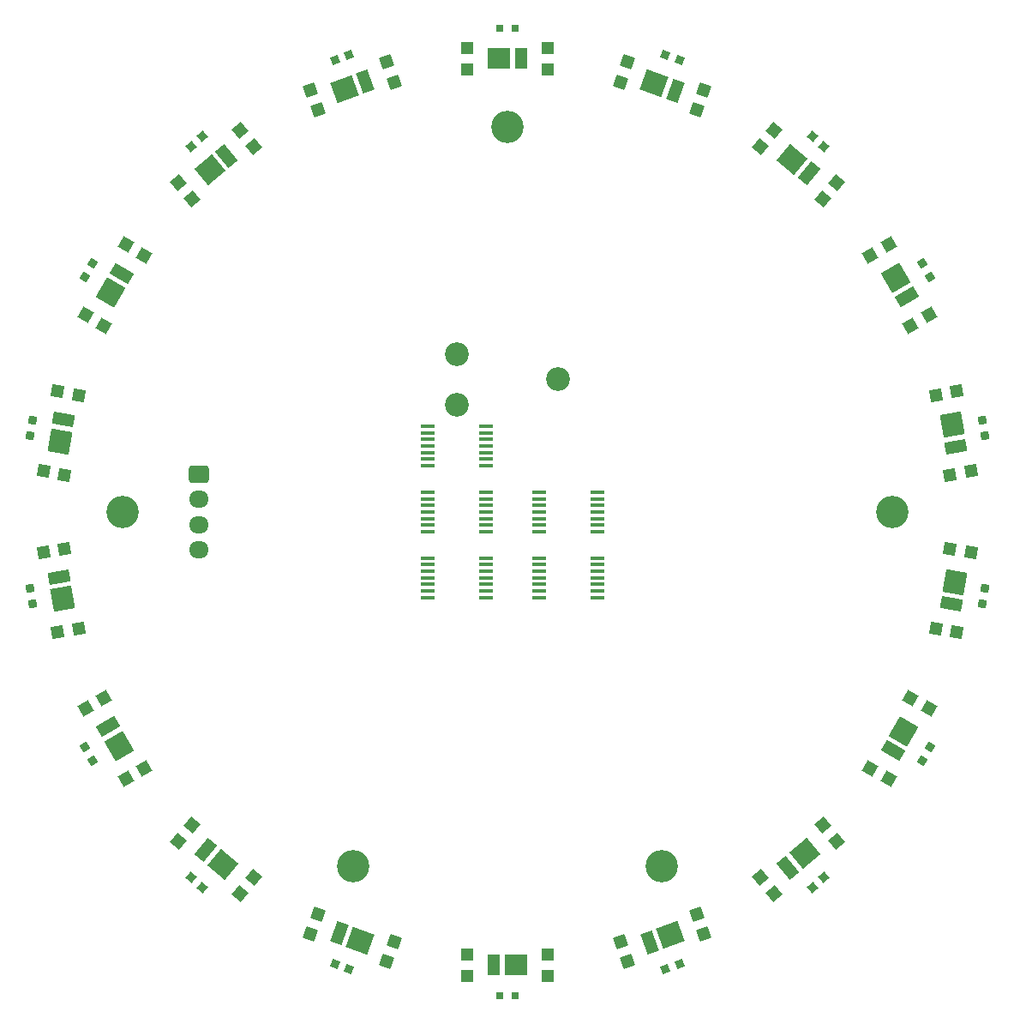
<source format=gbr>
%TF.GenerationSoftware,KiCad,Pcbnew,7.0.8*%
%TF.CreationDate,2023-10-26T13:22:37+11:00*%
%TF.ProjectId,linetest4.0,6c696e65-7465-4737-9434-2e302e6b6963,rev?*%
%TF.SameCoordinates,Original*%
%TF.FileFunction,Soldermask,Bot*%
%TF.FilePolarity,Negative*%
%FSLAX46Y46*%
G04 Gerber Fmt 4.6, Leading zero omitted, Abs format (unit mm)*
G04 Created by KiCad (PCBNEW 7.0.8) date 2023-10-26 13:22:37*
%MOMM*%
%LPD*%
G01*
G04 APERTURE LIST*
G04 Aperture macros list*
%AMRoundRect*
0 Rectangle with rounded corners*
0 $1 Rounding radius*
0 $2 $3 $4 $5 $6 $7 $8 $9 X,Y pos of 4 corners*
0 Add a 4 corners polygon primitive as box body*
4,1,4,$2,$3,$4,$5,$6,$7,$8,$9,$2,$3,0*
0 Add four circle primitives for the rounded corners*
1,1,$1+$1,$2,$3*
1,1,$1+$1,$4,$5*
1,1,$1+$1,$6,$7*
1,1,$1+$1,$8,$9*
0 Add four rect primitives between the rounded corners*
20,1,$1+$1,$2,$3,$4,$5,0*
20,1,$1+$1,$4,$5,$6,$7,0*
20,1,$1+$1,$6,$7,$8,$9,0*
20,1,$1+$1,$8,$9,$2,$3,0*%
%AMRotRect*
0 Rectangle, with rotation*
0 The origin of the aperture is its center*
0 $1 length*
0 $2 width*
0 $3 Rotation angle, in degrees counterclockwise*
0 Add horizontal line*
21,1,$1,$2,0,0,$3*%
G04 Aperture macros list end*
%ADD10C,3.200000*%
%ADD11C,2.340000*%
%ADD12RoundRect,0.250000X-0.725000X0.600000X-0.725000X-0.600000X0.725000X-0.600000X0.725000X0.600000X0*%
%ADD13O,1.950000X1.700000*%
%ADD14R,1.400000X0.350000*%
%ADD15RotRect,1.200000X1.200000X150.000000*%
%ADD16RotRect,1.200000X1.200000X70.000000*%
%ADD17RotRect,0.800000X0.800000X340.000000*%
%ADD18RotRect,1.200000X1.200000X110.000000*%
%ADD19RotRect,1.200000X1.200000X30.000000*%
%ADD20RotRect,0.800000X0.800000X200.000000*%
%ADD21RotRect,2.257400X2.108200X120.000000*%
%ADD22RotRect,1.190600X2.108200X120.000000*%
%ADD23RotRect,1.200000X1.200000X230.000000*%
%ADD24RotRect,1.200000X1.200000X330.000000*%
%ADD25RotRect,2.257400X2.108200X40.000000*%
%ADD26RotRect,1.190600X2.108200X40.000000*%
%ADD27RotRect,0.800000X0.800000X40.000000*%
%ADD28RotRect,1.200000X1.200000X50.000000*%
%ADD29RotRect,2.257400X2.108200X20.000000*%
%ADD30RotRect,1.190600X2.108200X20.000000*%
%ADD31RotRect,2.257400X2.108200X80.000000*%
%ADD32RotRect,1.190600X2.108200X80.000000*%
%ADD33RotRect,0.800000X0.800000X100.000000*%
%ADD34R,1.200000X1.200000*%
%ADD35RotRect,2.257400X2.108200X300.000000*%
%ADD36RotRect,1.190600X2.108200X300.000000*%
%ADD37RotRect,1.200000X1.200000X190.000000*%
%ADD38R,0.800000X0.800000*%
%ADD39RotRect,2.257400X2.108200X140.000000*%
%ADD40RotRect,1.190600X2.108200X140.000000*%
%ADD41RotRect,1.200000X1.200000X290.000000*%
%ADD42RotRect,1.200000X1.200000X250.000000*%
%ADD43RotRect,0.800000X0.800000X220.000000*%
%ADD44RotRect,2.257400X2.108200X160.000000*%
%ADD45RotRect,1.190600X2.108200X160.000000*%
%ADD46RotRect,1.200000X1.200000X350.000000*%
%ADD47RotRect,1.200000X1.200000X310.000000*%
%ADD48RotRect,0.800000X0.800000X120.000000*%
%ADD49RotRect,2.257400X2.108200X240.000000*%
%ADD50RotRect,1.190600X2.108200X240.000000*%
%ADD51RotRect,0.800000X0.800000X320.000000*%
%ADD52RotRect,2.257400X2.108200X280.000000*%
%ADD53RotRect,1.190600X2.108200X280.000000*%
%ADD54RotRect,1.200000X1.200000X10.000000*%
%ADD55RotRect,2.257400X2.108200X320.000000*%
%ADD56RotRect,1.190600X2.108200X320.000000*%
%ADD57RotRect,0.800000X0.800000X20.000000*%
%ADD58RotRect,2.257400X2.108200X100.000000*%
%ADD59RotRect,1.190600X2.108200X100.000000*%
%ADD60RotRect,1.200000X1.200000X210.000000*%
%ADD61RotRect,0.800000X0.800000X260.000000*%
%ADD62RotRect,2.257400X2.108200X340.000000*%
%ADD63RotRect,1.190600X2.108200X340.000000*%
%ADD64RotRect,2.257400X2.108200X60.000000*%
%ADD65RotRect,1.190600X2.108200X60.000000*%
%ADD66RotRect,0.800000X0.800000X280.000000*%
%ADD67RotRect,2.257400X2.108200X200.000000*%
%ADD68RotRect,1.190600X2.108200X200.000000*%
%ADD69RotRect,1.200000X1.200000X130.000000*%
%ADD70RotRect,0.800000X0.800000X240.000000*%
%ADD71RotRect,0.800000X0.800000X80.000000*%
%ADD72RotRect,0.800000X0.800000X60.000000*%
%ADD73RotRect,0.800000X0.800000X140.000000*%
%ADD74R,2.257400X2.108200*%
%ADD75R,1.190600X2.108200*%
%ADD76RotRect,0.800000X0.800000X160.000000*%
%ADD77RotRect,1.200000X1.200000X170.000000*%
%ADD78RotRect,2.257400X2.108200X260.000000*%
%ADD79RotRect,1.190600X2.108200X260.000000*%
%ADD80RotRect,0.800000X0.800000X300.000000*%
%ADD81RotRect,2.257400X2.108200X220.000000*%
%ADD82RotRect,1.190600X2.108200X220.000000*%
G04 APERTURE END LIST*
D10*
%TO.C,H5*%
X165250000Y-185000000D03*
%TD*%
%TO.C,H1*%
X150000000Y-112000000D03*
%TD*%
%TO.C,H4*%
X188000000Y-150000000D03*
%TD*%
%TO.C,H2*%
X112000000Y-150000000D03*
%TD*%
%TO.C,H3*%
X134750000Y-185000000D03*
%TD*%
D11*
%TO.C,RV1*%
X145000000Y-139400000D03*
X155000000Y-136900000D03*
X145000000Y-134400000D03*
%TD*%
D12*
%TO.C,J1*%
X119525000Y-146250000D03*
D13*
X119525000Y-148750000D03*
X119525000Y-151250000D03*
X119525000Y-153750000D03*
%TD*%
D14*
%TO.C,U6*%
X142125000Y-145450000D03*
X142125000Y-144800000D03*
X142125000Y-144150000D03*
X142125000Y-143500000D03*
X142125000Y-142850000D03*
X142125000Y-142200000D03*
X142125000Y-141550000D03*
X147875000Y-141550000D03*
X147875000Y-142200000D03*
X147875000Y-142850000D03*
X147875000Y-143500000D03*
X147875000Y-144150000D03*
X147875000Y-144800000D03*
X147875000Y-145450000D03*
%TD*%
D15*
%TO.C,R34*%
X110154690Y-131614102D03*
X108336036Y-130564102D03*
%TD*%
D16*
%TO.C,R11*%
X130576707Y-191669841D03*
X131294949Y-189696487D03*
%TD*%
D17*
%TO.C,A11*%
X132963769Y-194613808D03*
X134373307Y-195126838D03*
%TD*%
D18*
%TO.C,R9*%
X161905752Y-194406002D03*
X161187510Y-192432648D03*
%TD*%
D19*
%TO.C,R22*%
X185845310Y-124685898D03*
X187663964Y-123635898D03*
%TD*%
D20*
%TO.C,A18*%
X134373307Y-104873162D03*
X132963769Y-105386192D03*
%TD*%
D21*
%TO.C,LED13*%
X111657313Y-173088518D03*
D22*
X110566713Y-171199544D03*
%TD*%
D19*
%TO.C,R13*%
X108336036Y-169435898D03*
X110154690Y-168385898D03*
%TD*%
D23*
%TO.C,R3*%
X182503850Y-117486315D03*
X181153996Y-119095009D03*
%TD*%
D24*
%TO.C,R25*%
X189845310Y-168385898D03*
X191663964Y-169435898D03*
%TD*%
D25*
%TO.C,LED17*%
X120604110Y-116249104D03*
D26*
X122275006Y-114847055D03*
%TD*%
D27*
%TO.C,A8*%
X180118575Y-187060713D03*
X181267641Y-186096531D03*
%TD*%
D23*
%TO.C,R30*%
X124974359Y-186047292D03*
X123624505Y-187655986D03*
%TD*%
D28*
%TO.C,R21*%
X175025641Y-113952708D03*
X176375495Y-112344014D03*
%TD*%
D29*
%TO.C,LED18*%
X133920386Y-108230545D03*
D30*
X135970044Y-107484531D03*
%TD*%
D31*
%TO.C,LED15*%
X105786784Y-143040627D03*
D32*
X106165546Y-140892564D03*
%TD*%
D33*
%TO.C,A5*%
X197154806Y-142446906D03*
X196894334Y-140969694D03*
%TD*%
D34*
%TO.C,R19*%
X146000000Y-106300000D03*
X146000000Y-104200000D03*
%TD*%
D24*
%TO.C,R16*%
X112336036Y-123635898D03*
X114154690Y-124685898D03*
%TD*%
D35*
%TO.C,LED4*%
X188342687Y-126911482D03*
D36*
X189433287Y-128800456D03*
%TD*%
D37*
%TO.C,R5*%
X195798788Y-145986144D03*
X193730692Y-146350806D03*
%TD*%
D38*
%TO.C,A1*%
X150750000Y-102250000D03*
X149250000Y-102250000D03*
%TD*%
D39*
%TO.C,LED12*%
X121866398Y-184810082D03*
D40*
X120195502Y-183408033D03*
%TD*%
D41*
%TO.C,R27*%
X168705051Y-189696487D03*
X169423293Y-191669841D03*
%TD*%
D28*
%TO.C,R12*%
X117496150Y-182513685D03*
X118846004Y-180904991D03*
%TD*%
D42*
%TO.C,R29*%
X138812490Y-192432648D03*
X138094248Y-194406002D03*
%TD*%
D43*
%TO.C,A17*%
X119881425Y-112939287D03*
X118732359Y-113903469D03*
%TD*%
D44*
%TO.C,LED11*%
X135468812Y-192333035D03*
D45*
X133419154Y-191587021D03*
%TD*%
D46*
%TO.C,R24*%
X193730692Y-153649194D03*
X195798788Y-154013856D03*
%TD*%
D47*
%TO.C,R17*%
X123624505Y-112344014D03*
X124974359Y-113952708D03*
%TD*%
D48*
%TO.C,A4*%
X191727713Y-126774519D03*
X190977713Y-125475481D03*
%TD*%
D49*
%TO.C,LED7*%
X189166587Y-171661482D03*
D50*
X188075987Y-173550456D03*
%TD*%
D16*
%TO.C,R20*%
X161187510Y-107567352D03*
X161905752Y-105593998D03*
%TD*%
D51*
%TO.C,A12*%
X118732359Y-186096531D03*
X119881425Y-187060713D03*
%TD*%
D47*
%TO.C,R26*%
X181153996Y-180904991D03*
X182503850Y-182513685D03*
%TD*%
D52*
%TO.C,LED5*%
X193927078Y-141417861D03*
D53*
X194305840Y-143565924D03*
%TD*%
D54*
%TO.C,R14*%
X104201212Y-154013856D03*
X106269308Y-153649194D03*
%TD*%
D55*
%TO.C,LED3*%
X178133602Y-115189918D03*
D56*
X179804498Y-116591967D03*
%TD*%
D57*
%TO.C,A9*%
X165626693Y-195126838D03*
X167036231Y-194613808D03*
%TD*%
D37*
%TO.C,R32*%
X107658494Y-161527656D03*
X105590398Y-161892318D03*
%TD*%
D58*
%TO.C,LED14*%
X106072922Y-158582139D03*
D59*
X105694160Y-156434076D03*
%TD*%
D60*
%TO.C,R4*%
X191663964Y-130564102D03*
X189845310Y-131614102D03*
%TD*%
D34*
%TO.C,R10*%
X146000000Y-195800000D03*
X146000000Y-193700000D03*
%TD*%
D54*
%TO.C,R23*%
X192341506Y-138472344D03*
X194409602Y-138107682D03*
%TD*%
D42*
%TO.C,R2*%
X169423293Y-108330159D03*
X168705051Y-110303513D03*
%TD*%
D60*
%TO.C,R31*%
X114154690Y-175314102D03*
X112336036Y-176364102D03*
%TD*%
D38*
%TO.C,A10*%
X149250000Y-197750000D03*
X150750000Y-197750000D03*
%TD*%
D61*
%TO.C,A15*%
X103105666Y-140969694D03*
X102845194Y-142446906D03*
%TD*%
D62*
%TO.C,LED2*%
X164531188Y-107666965D03*
D63*
X166580846Y-108412979D03*
%TD*%
D64*
%TO.C,LED16*%
X110833413Y-128338518D03*
D65*
X111924013Y-126449544D03*
%TD*%
D15*
%TO.C,R7*%
X187663964Y-176364102D03*
X185845310Y-175314102D03*
%TD*%
D66*
%TO.C,A14*%
X102845194Y-157553094D03*
X103105666Y-159030306D03*
%TD*%
D67*
%TO.C,LED9*%
X166079614Y-191769455D03*
D68*
X164029956Y-192515469D03*
%TD*%
D69*
%TO.C,R35*%
X118846004Y-119095009D03*
X117496150Y-117486315D03*
%TD*%
D18*
%TO.C,R36*%
X131294949Y-110303513D03*
X130576707Y-108330159D03*
%TD*%
D70*
%TO.C,A16*%
X109022287Y-125475481D03*
X108272287Y-126774519D03*
%TD*%
D71*
%TO.C,A6*%
X196894334Y-159030306D03*
X197154806Y-157553094D03*
%TD*%
D72*
%TO.C,A7*%
X190977713Y-174524519D03*
X191727713Y-173225481D03*
%TD*%
D34*
%TO.C,R1*%
X154000000Y-104200000D03*
X154000000Y-106300000D03*
%TD*%
D14*
%TO.C,U4*%
X142125000Y-158450000D03*
X142125000Y-157800000D03*
X142125000Y-157150000D03*
X142125000Y-156500000D03*
X142125000Y-155850000D03*
X142125000Y-155200000D03*
X142125000Y-154550000D03*
X147875000Y-154550000D03*
X147875000Y-155200000D03*
X147875000Y-155850000D03*
X147875000Y-156500000D03*
X147875000Y-157150000D03*
X147875000Y-157800000D03*
X147875000Y-158450000D03*
%TD*%
D41*
%TO.C,R18*%
X138094248Y-105593998D03*
X138812490Y-107567352D03*
%TD*%
D73*
%TO.C,A3*%
X181267641Y-113903469D03*
X180118575Y-112939287D03*
%TD*%
D34*
%TO.C,R28*%
X154000000Y-193700000D03*
X154000000Y-195800000D03*
%TD*%
D69*
%TO.C,R8*%
X176375495Y-187655986D03*
X175025641Y-186047292D03*
%TD*%
D74*
%TO.C,LED10*%
X150823900Y-194750000D03*
D75*
X148642700Y-194750000D03*
%TD*%
D76*
%TO.C,A2*%
X167036231Y-105386192D03*
X165626693Y-104873162D03*
%TD*%
D14*
%TO.C,U2*%
X153125000Y-151950000D03*
X153125000Y-151300000D03*
X153125000Y-150650000D03*
X153125000Y-150000000D03*
X153125000Y-149350000D03*
X153125000Y-148700000D03*
X153125000Y-148050000D03*
X158875000Y-148050000D03*
X158875000Y-148700000D03*
X158875000Y-149350000D03*
X158875000Y-150000000D03*
X158875000Y-150650000D03*
X158875000Y-151300000D03*
X158875000Y-151950000D03*
%TD*%
D77*
%TO.C,R33*%
X106269308Y-146350806D03*
X104201212Y-145986144D03*
%TD*%
%TO.C,R6*%
X194409602Y-161892318D03*
X192341506Y-161527656D03*
%TD*%
D78*
%TO.C,LED6*%
X194213216Y-156959373D03*
D79*
X193834454Y-159107436D03*
%TD*%
D14*
%TO.C,U3*%
X158875000Y-154550000D03*
X158875000Y-155200000D03*
X158875000Y-155850000D03*
X158875000Y-156500000D03*
X158875000Y-157150000D03*
X158875000Y-157800000D03*
X158875000Y-158450000D03*
X153125000Y-158450000D03*
X153125000Y-157800000D03*
X153125000Y-157150000D03*
X153125000Y-156500000D03*
X153125000Y-155850000D03*
X153125000Y-155200000D03*
X153125000Y-154550000D03*
%TD*%
D80*
%TO.C,A13*%
X108272287Y-173225481D03*
X109022287Y-174524519D03*
%TD*%
D81*
%TO.C,LED8*%
X179395890Y-183750896D03*
D82*
X177724994Y-185152945D03*
%TD*%
D46*
%TO.C,R15*%
X105590398Y-138107682D03*
X107658494Y-138472344D03*
%TD*%
D74*
%TO.C,LED1*%
X149176100Y-105250000D03*
D75*
X151357300Y-105250000D03*
%TD*%
D14*
%TO.C,U5*%
X142125000Y-151950000D03*
X142125000Y-151300000D03*
X142125000Y-150650000D03*
X142125000Y-150000000D03*
X142125000Y-149350000D03*
X142125000Y-148700000D03*
X142125000Y-148050000D03*
X147875000Y-148050000D03*
X147875000Y-148700000D03*
X147875000Y-149350000D03*
X147875000Y-150000000D03*
X147875000Y-150650000D03*
X147875000Y-151300000D03*
X147875000Y-151950000D03*
%TD*%
M02*

</source>
